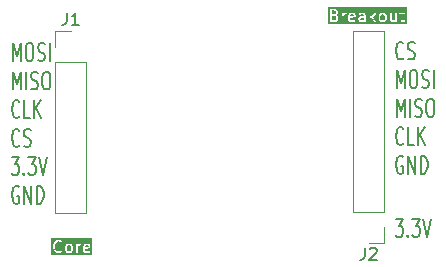
<source format=gbr>
%TF.GenerationSoftware,KiCad,Pcbnew,7.0.7*%
%TF.CreationDate,2024-04-13T21:05:36-07:00*%
%TF.ProjectId,SD-Breakout,53442d42-7265-4616-9b6f-75742e6b6963,rev?*%
%TF.SameCoordinates,Original*%
%TF.FileFunction,Legend,Top*%
%TF.FilePolarity,Positive*%
%FSLAX46Y46*%
G04 Gerber Fmt 4.6, Leading zero omitted, Abs format (unit mm)*
G04 Created by KiCad (PCBNEW 7.0.7) date 2024-04-13 21:05:36*
%MOMM*%
%LPD*%
G01*
G04 APERTURE LIST*
%ADD10C,0.150000*%
%ADD11C,0.120000*%
G04 APERTURE END LIST*
D10*
X117430779Y-59615628D02*
X117430779Y-58115628D01*
X117430779Y-58115628D02*
X117764112Y-59187057D01*
X117764112Y-59187057D02*
X118097445Y-58115628D01*
X118097445Y-58115628D02*
X118097445Y-59615628D01*
X118764112Y-58115628D02*
X118954588Y-58115628D01*
X118954588Y-58115628D02*
X119049826Y-58187057D01*
X119049826Y-58187057D02*
X119145064Y-58329914D01*
X119145064Y-58329914D02*
X119192683Y-58615628D01*
X119192683Y-58615628D02*
X119192683Y-59115628D01*
X119192683Y-59115628D02*
X119145064Y-59401342D01*
X119145064Y-59401342D02*
X119049826Y-59544200D01*
X119049826Y-59544200D02*
X118954588Y-59615628D01*
X118954588Y-59615628D02*
X118764112Y-59615628D01*
X118764112Y-59615628D02*
X118668874Y-59544200D01*
X118668874Y-59544200D02*
X118573636Y-59401342D01*
X118573636Y-59401342D02*
X118526017Y-59115628D01*
X118526017Y-59115628D02*
X118526017Y-58615628D01*
X118526017Y-58615628D02*
X118573636Y-58329914D01*
X118573636Y-58329914D02*
X118668874Y-58187057D01*
X118668874Y-58187057D02*
X118764112Y-58115628D01*
X119573636Y-59544200D02*
X119716493Y-59615628D01*
X119716493Y-59615628D02*
X119954588Y-59615628D01*
X119954588Y-59615628D02*
X120049826Y-59544200D01*
X120049826Y-59544200D02*
X120097445Y-59472771D01*
X120097445Y-59472771D02*
X120145064Y-59329914D01*
X120145064Y-59329914D02*
X120145064Y-59187057D01*
X120145064Y-59187057D02*
X120097445Y-59044200D01*
X120097445Y-59044200D02*
X120049826Y-58972771D01*
X120049826Y-58972771D02*
X119954588Y-58901342D01*
X119954588Y-58901342D02*
X119764112Y-58829914D01*
X119764112Y-58829914D02*
X119668874Y-58758485D01*
X119668874Y-58758485D02*
X119621255Y-58687057D01*
X119621255Y-58687057D02*
X119573636Y-58544200D01*
X119573636Y-58544200D02*
X119573636Y-58401342D01*
X119573636Y-58401342D02*
X119621255Y-58258485D01*
X119621255Y-58258485D02*
X119668874Y-58187057D01*
X119668874Y-58187057D02*
X119764112Y-58115628D01*
X119764112Y-58115628D02*
X120002207Y-58115628D01*
X120002207Y-58115628D02*
X120145064Y-58187057D01*
X120573636Y-59615628D02*
X120573636Y-58115628D01*
X117430779Y-62030628D02*
X117430779Y-60530628D01*
X117430779Y-60530628D02*
X117764112Y-61602057D01*
X117764112Y-61602057D02*
X118097445Y-60530628D01*
X118097445Y-60530628D02*
X118097445Y-62030628D01*
X118573636Y-62030628D02*
X118573636Y-60530628D01*
X119002207Y-61959200D02*
X119145064Y-62030628D01*
X119145064Y-62030628D02*
X119383159Y-62030628D01*
X119383159Y-62030628D02*
X119478397Y-61959200D01*
X119478397Y-61959200D02*
X119526016Y-61887771D01*
X119526016Y-61887771D02*
X119573635Y-61744914D01*
X119573635Y-61744914D02*
X119573635Y-61602057D01*
X119573635Y-61602057D02*
X119526016Y-61459200D01*
X119526016Y-61459200D02*
X119478397Y-61387771D01*
X119478397Y-61387771D02*
X119383159Y-61316342D01*
X119383159Y-61316342D02*
X119192683Y-61244914D01*
X119192683Y-61244914D02*
X119097445Y-61173485D01*
X119097445Y-61173485D02*
X119049826Y-61102057D01*
X119049826Y-61102057D02*
X119002207Y-60959200D01*
X119002207Y-60959200D02*
X119002207Y-60816342D01*
X119002207Y-60816342D02*
X119049826Y-60673485D01*
X119049826Y-60673485D02*
X119097445Y-60602057D01*
X119097445Y-60602057D02*
X119192683Y-60530628D01*
X119192683Y-60530628D02*
X119430778Y-60530628D01*
X119430778Y-60530628D02*
X119573635Y-60602057D01*
X120192683Y-60530628D02*
X120383159Y-60530628D01*
X120383159Y-60530628D02*
X120478397Y-60602057D01*
X120478397Y-60602057D02*
X120573635Y-60744914D01*
X120573635Y-60744914D02*
X120621254Y-61030628D01*
X120621254Y-61030628D02*
X120621254Y-61530628D01*
X120621254Y-61530628D02*
X120573635Y-61816342D01*
X120573635Y-61816342D02*
X120478397Y-61959200D01*
X120478397Y-61959200D02*
X120383159Y-62030628D01*
X120383159Y-62030628D02*
X120192683Y-62030628D01*
X120192683Y-62030628D02*
X120097445Y-61959200D01*
X120097445Y-61959200D02*
X120002207Y-61816342D01*
X120002207Y-61816342D02*
X119954588Y-61530628D01*
X119954588Y-61530628D02*
X119954588Y-61030628D01*
X119954588Y-61030628D02*
X120002207Y-60744914D01*
X120002207Y-60744914D02*
X120097445Y-60602057D01*
X120097445Y-60602057D02*
X120192683Y-60530628D01*
X118002207Y-64302771D02*
X117954588Y-64374200D01*
X117954588Y-64374200D02*
X117811731Y-64445628D01*
X117811731Y-64445628D02*
X117716493Y-64445628D01*
X117716493Y-64445628D02*
X117573636Y-64374200D01*
X117573636Y-64374200D02*
X117478398Y-64231342D01*
X117478398Y-64231342D02*
X117430779Y-64088485D01*
X117430779Y-64088485D02*
X117383160Y-63802771D01*
X117383160Y-63802771D02*
X117383160Y-63588485D01*
X117383160Y-63588485D02*
X117430779Y-63302771D01*
X117430779Y-63302771D02*
X117478398Y-63159914D01*
X117478398Y-63159914D02*
X117573636Y-63017057D01*
X117573636Y-63017057D02*
X117716493Y-62945628D01*
X117716493Y-62945628D02*
X117811731Y-62945628D01*
X117811731Y-62945628D02*
X117954588Y-63017057D01*
X117954588Y-63017057D02*
X118002207Y-63088485D01*
X118906969Y-64445628D02*
X118430779Y-64445628D01*
X118430779Y-64445628D02*
X118430779Y-62945628D01*
X119240303Y-64445628D02*
X119240303Y-62945628D01*
X119811731Y-64445628D02*
X119383160Y-63588485D01*
X119811731Y-62945628D02*
X119240303Y-63802771D01*
X118002207Y-66717771D02*
X117954588Y-66789200D01*
X117954588Y-66789200D02*
X117811731Y-66860628D01*
X117811731Y-66860628D02*
X117716493Y-66860628D01*
X117716493Y-66860628D02*
X117573636Y-66789200D01*
X117573636Y-66789200D02*
X117478398Y-66646342D01*
X117478398Y-66646342D02*
X117430779Y-66503485D01*
X117430779Y-66503485D02*
X117383160Y-66217771D01*
X117383160Y-66217771D02*
X117383160Y-66003485D01*
X117383160Y-66003485D02*
X117430779Y-65717771D01*
X117430779Y-65717771D02*
X117478398Y-65574914D01*
X117478398Y-65574914D02*
X117573636Y-65432057D01*
X117573636Y-65432057D02*
X117716493Y-65360628D01*
X117716493Y-65360628D02*
X117811731Y-65360628D01*
X117811731Y-65360628D02*
X117954588Y-65432057D01*
X117954588Y-65432057D02*
X118002207Y-65503485D01*
X118383160Y-66789200D02*
X118526017Y-66860628D01*
X118526017Y-66860628D02*
X118764112Y-66860628D01*
X118764112Y-66860628D02*
X118859350Y-66789200D01*
X118859350Y-66789200D02*
X118906969Y-66717771D01*
X118906969Y-66717771D02*
X118954588Y-66574914D01*
X118954588Y-66574914D02*
X118954588Y-66432057D01*
X118954588Y-66432057D02*
X118906969Y-66289200D01*
X118906969Y-66289200D02*
X118859350Y-66217771D01*
X118859350Y-66217771D02*
X118764112Y-66146342D01*
X118764112Y-66146342D02*
X118573636Y-66074914D01*
X118573636Y-66074914D02*
X118478398Y-66003485D01*
X118478398Y-66003485D02*
X118430779Y-65932057D01*
X118430779Y-65932057D02*
X118383160Y-65789200D01*
X118383160Y-65789200D02*
X118383160Y-65646342D01*
X118383160Y-65646342D02*
X118430779Y-65503485D01*
X118430779Y-65503485D02*
X118478398Y-65432057D01*
X118478398Y-65432057D02*
X118573636Y-65360628D01*
X118573636Y-65360628D02*
X118811731Y-65360628D01*
X118811731Y-65360628D02*
X118954588Y-65432057D01*
X117335541Y-67775628D02*
X117954588Y-67775628D01*
X117954588Y-67775628D02*
X117621255Y-68347057D01*
X117621255Y-68347057D02*
X117764112Y-68347057D01*
X117764112Y-68347057D02*
X117859350Y-68418485D01*
X117859350Y-68418485D02*
X117906969Y-68489914D01*
X117906969Y-68489914D02*
X117954588Y-68632771D01*
X117954588Y-68632771D02*
X117954588Y-68989914D01*
X117954588Y-68989914D02*
X117906969Y-69132771D01*
X117906969Y-69132771D02*
X117859350Y-69204200D01*
X117859350Y-69204200D02*
X117764112Y-69275628D01*
X117764112Y-69275628D02*
X117478398Y-69275628D01*
X117478398Y-69275628D02*
X117383160Y-69204200D01*
X117383160Y-69204200D02*
X117335541Y-69132771D01*
X118383160Y-69132771D02*
X118430779Y-69204200D01*
X118430779Y-69204200D02*
X118383160Y-69275628D01*
X118383160Y-69275628D02*
X118335541Y-69204200D01*
X118335541Y-69204200D02*
X118383160Y-69132771D01*
X118383160Y-69132771D02*
X118383160Y-69275628D01*
X118764112Y-67775628D02*
X119383159Y-67775628D01*
X119383159Y-67775628D02*
X119049826Y-68347057D01*
X119049826Y-68347057D02*
X119192683Y-68347057D01*
X119192683Y-68347057D02*
X119287921Y-68418485D01*
X119287921Y-68418485D02*
X119335540Y-68489914D01*
X119335540Y-68489914D02*
X119383159Y-68632771D01*
X119383159Y-68632771D02*
X119383159Y-68989914D01*
X119383159Y-68989914D02*
X119335540Y-69132771D01*
X119335540Y-69132771D02*
X119287921Y-69204200D01*
X119287921Y-69204200D02*
X119192683Y-69275628D01*
X119192683Y-69275628D02*
X118906969Y-69275628D01*
X118906969Y-69275628D02*
X118811731Y-69204200D01*
X118811731Y-69204200D02*
X118764112Y-69132771D01*
X119668874Y-67775628D02*
X120002207Y-69275628D01*
X120002207Y-69275628D02*
X120335540Y-67775628D01*
X117954588Y-70262057D02*
X117859350Y-70190628D01*
X117859350Y-70190628D02*
X117716493Y-70190628D01*
X117716493Y-70190628D02*
X117573636Y-70262057D01*
X117573636Y-70262057D02*
X117478398Y-70404914D01*
X117478398Y-70404914D02*
X117430779Y-70547771D01*
X117430779Y-70547771D02*
X117383160Y-70833485D01*
X117383160Y-70833485D02*
X117383160Y-71047771D01*
X117383160Y-71047771D02*
X117430779Y-71333485D01*
X117430779Y-71333485D02*
X117478398Y-71476342D01*
X117478398Y-71476342D02*
X117573636Y-71619200D01*
X117573636Y-71619200D02*
X117716493Y-71690628D01*
X117716493Y-71690628D02*
X117811731Y-71690628D01*
X117811731Y-71690628D02*
X117954588Y-71619200D01*
X117954588Y-71619200D02*
X118002207Y-71547771D01*
X118002207Y-71547771D02*
X118002207Y-71047771D01*
X118002207Y-71047771D02*
X117811731Y-71047771D01*
X118430779Y-71690628D02*
X118430779Y-70190628D01*
X118430779Y-70190628D02*
X119002207Y-71690628D01*
X119002207Y-71690628D02*
X119002207Y-70190628D01*
X119478398Y-71690628D02*
X119478398Y-70190628D01*
X119478398Y-70190628D02*
X119716493Y-70190628D01*
X119716493Y-70190628D02*
X119859350Y-70262057D01*
X119859350Y-70262057D02*
X119954588Y-70404914D01*
X119954588Y-70404914D02*
X120002207Y-70547771D01*
X120002207Y-70547771D02*
X120049826Y-70833485D01*
X120049826Y-70833485D02*
X120049826Y-71047771D01*
X120049826Y-71047771D02*
X120002207Y-71333485D01*
X120002207Y-71333485D02*
X119954588Y-71476342D01*
X119954588Y-71476342D02*
X119859350Y-71619200D01*
X119859350Y-71619200D02*
X119716493Y-71690628D01*
X119716493Y-71690628D02*
X119478398Y-71690628D01*
G36*
X144790455Y-55847180D02*
G01*
X144816949Y-55873674D01*
X144851207Y-55942189D01*
X144851207Y-56049636D01*
X144816948Y-56118153D01*
X144786541Y-56148561D01*
X144718026Y-56182819D01*
X144429779Y-56182819D01*
X144429779Y-55809009D01*
X144675942Y-55809009D01*
X144790455Y-55847180D01*
G37*
G36*
X144738923Y-55367077D02*
G01*
X144769330Y-55397483D01*
X144803588Y-55466000D01*
X144803588Y-55525827D01*
X144769329Y-55594344D01*
X144738923Y-55624750D01*
X144670407Y-55659009D01*
X144429779Y-55659009D01*
X144429779Y-55332819D01*
X144670407Y-55332819D01*
X144738923Y-55367077D01*
G37*
G36*
X146298877Y-55694672D02*
G01*
X146327398Y-55751713D01*
X146327398Y-55767762D01*
X146001208Y-55832999D01*
X146001208Y-55751713D01*
X146029728Y-55694672D01*
X146086770Y-55666152D01*
X146241836Y-55666152D01*
X146298877Y-55694672D01*
G37*
G36*
X147184541Y-56163847D02*
G01*
X147146598Y-56182819D01*
X146943913Y-56182819D01*
X146886871Y-56154298D01*
X146858351Y-56097256D01*
X146858351Y-56037427D01*
X146886871Y-55980386D01*
X146943913Y-55951866D01*
X147164303Y-55951866D01*
X147168516Y-55950332D01*
X147172877Y-55951374D01*
X147184541Y-55947904D01*
X147184541Y-56163847D01*
G37*
G36*
X148881781Y-55700410D02*
G01*
X148912188Y-55730816D01*
X148946446Y-55799333D01*
X148946446Y-56049636D01*
X148912187Y-56118153D01*
X148881780Y-56148561D01*
X148813265Y-56182819D01*
X148705818Y-56182819D01*
X148637302Y-56148561D01*
X148606895Y-56118153D01*
X148572637Y-56049637D01*
X148572637Y-55799332D01*
X148606895Y-55730816D01*
X148637302Y-55700409D01*
X148705818Y-55666152D01*
X148813265Y-55666152D01*
X148881781Y-55700410D01*
G37*
G36*
X150809593Y-56475676D02*
G01*
X144136922Y-56475676D01*
X144136922Y-56257819D01*
X144279779Y-56257819D01*
X144286442Y-56276127D01*
X144289827Y-56295319D01*
X144295011Y-56299669D01*
X144297326Y-56306028D01*
X144314199Y-56315770D01*
X144329127Y-56328296D01*
X144338869Y-56330013D01*
X144341755Y-56331680D01*
X144345037Y-56331101D01*
X144354779Y-56332819D01*
X144735731Y-56332819D01*
X144739944Y-56331285D01*
X144744305Y-56332327D01*
X144769272Y-56324901D01*
X144864510Y-56277282D01*
X144865634Y-56276094D01*
X144884003Y-56263232D01*
X144889416Y-56257819D01*
X145279779Y-56257819D01*
X145297326Y-56306028D01*
X145341755Y-56331680D01*
X145392279Y-56322771D01*
X145425256Y-56283471D01*
X145429779Y-56257819D01*
X145429779Y-56114961D01*
X145851208Y-56114961D01*
X145852741Y-56119173D01*
X145851699Y-56123535D01*
X145859126Y-56148502D01*
X145906745Y-56243741D01*
X145914898Y-56251460D01*
X145919365Y-56261765D01*
X145940286Y-56277282D01*
X146035524Y-56324901D01*
X146039977Y-56325413D01*
X146043413Y-56328296D01*
X146069065Y-56332819D01*
X146259541Y-56332819D01*
X146263754Y-56331285D01*
X146268115Y-56332327D01*
X146293082Y-56324901D01*
X146388320Y-56277282D01*
X146423592Y-56240028D01*
X146426667Y-56188818D01*
X146396103Y-56147612D01*
X146346204Y-56135692D01*
X146321238Y-56143118D01*
X146241836Y-56182819D01*
X146086770Y-56182819D01*
X146029728Y-56154298D01*
X146010060Y-56114961D01*
X146708351Y-56114961D01*
X146709884Y-56119173D01*
X146708842Y-56123535D01*
X146716269Y-56148502D01*
X146763888Y-56243741D01*
X146772041Y-56251460D01*
X146776508Y-56261765D01*
X146797429Y-56277282D01*
X146892667Y-56324901D01*
X146897120Y-56325413D01*
X146900556Y-56328296D01*
X146926208Y-56332819D01*
X147164303Y-56332819D01*
X147168516Y-56331285D01*
X147172877Y-56332327D01*
X147197844Y-56324901D01*
X147217636Y-56315004D01*
X147246517Y-56331680D01*
X147297041Y-56322771D01*
X147330018Y-56283471D01*
X147334541Y-56257819D01*
X147660732Y-56257819D01*
X147678279Y-56306028D01*
X147722708Y-56331680D01*
X147773232Y-56322771D01*
X147806209Y-56283471D01*
X147810732Y-56257819D01*
X147810732Y-56003170D01*
X147822855Y-55991046D01*
X148056684Y-56302819D01*
X148099647Y-56330858D01*
X148150581Y-56324722D01*
X148185655Y-56287281D01*
X148188457Y-56236055D01*
X148176684Y-56212819D01*
X148067577Y-56067342D01*
X148422637Y-56067342D01*
X148424170Y-56071555D01*
X148423129Y-56075916D01*
X148430555Y-56100883D01*
X148478174Y-56196121D01*
X148479362Y-56197246D01*
X148492222Y-56215612D01*
X148539841Y-56263232D01*
X148541322Y-56263922D01*
X148559334Y-56277282D01*
X148654572Y-56324901D01*
X148659025Y-56325413D01*
X148662461Y-56328296D01*
X148688113Y-56332819D01*
X148830970Y-56332819D01*
X148835183Y-56331285D01*
X148839544Y-56332327D01*
X148864511Y-56324901D01*
X148959749Y-56277282D01*
X148960873Y-56276094D01*
X148979242Y-56263232D01*
X149026860Y-56215613D01*
X149027550Y-56214131D01*
X149040909Y-56196121D01*
X149081489Y-56114961D01*
X149375018Y-56114961D01*
X149376551Y-56119173D01*
X149375509Y-56123535D01*
X149382936Y-56148502D01*
X149430555Y-56243741D01*
X149438708Y-56251460D01*
X149443175Y-56261765D01*
X149464096Y-56277282D01*
X149559334Y-56324901D01*
X149563787Y-56325413D01*
X149567223Y-56328296D01*
X149592875Y-56332819D01*
X149735732Y-56332819D01*
X149739945Y-56331285D01*
X149744306Y-56332327D01*
X149769273Y-56324901D01*
X149818962Y-56300056D01*
X149821136Y-56306028D01*
X149865565Y-56331680D01*
X149916089Y-56322771D01*
X149949066Y-56283471D01*
X149953589Y-56257819D01*
X149953589Y-55591152D01*
X149948849Y-55578128D01*
X150138062Y-55578128D01*
X150146971Y-55628652D01*
X150186271Y-55661629D01*
X150211923Y-55666152D01*
X150279780Y-55666152D01*
X150279780Y-56114961D01*
X150281313Y-56119173D01*
X150280271Y-56123535D01*
X150287698Y-56148502D01*
X150335317Y-56243741D01*
X150343470Y-56251460D01*
X150347937Y-56261765D01*
X150368858Y-56277282D01*
X150464096Y-56324901D01*
X150468549Y-56325413D01*
X150471985Y-56328296D01*
X150497637Y-56332819D01*
X150592875Y-56332819D01*
X150641084Y-56315272D01*
X150666736Y-56270843D01*
X150657827Y-56220319D01*
X150618527Y-56187342D01*
X150592875Y-56182819D01*
X150515342Y-56182819D01*
X150458300Y-56154298D01*
X150429780Y-56097256D01*
X150429780Y-55666152D01*
X150592875Y-55666152D01*
X150641084Y-55648605D01*
X150666736Y-55604176D01*
X150657827Y-55553652D01*
X150618527Y-55520675D01*
X150592875Y-55516152D01*
X150429780Y-55516152D01*
X150429780Y-55257819D01*
X150412233Y-55209610D01*
X150367804Y-55183958D01*
X150317280Y-55192867D01*
X150284303Y-55232167D01*
X150279780Y-55257819D01*
X150279780Y-55516152D01*
X150211923Y-55516152D01*
X150163714Y-55533699D01*
X150138062Y-55578128D01*
X149948849Y-55578128D01*
X149936042Y-55542943D01*
X149891613Y-55517291D01*
X149841089Y-55526200D01*
X149808112Y-55565500D01*
X149803589Y-55591152D01*
X149803589Y-56131514D01*
X149786542Y-56148561D01*
X149718027Y-56182819D01*
X149610580Y-56182819D01*
X149553538Y-56154298D01*
X149525018Y-56097256D01*
X149525018Y-55591152D01*
X149507471Y-55542943D01*
X149463042Y-55517291D01*
X149412518Y-55526200D01*
X149379541Y-55565500D01*
X149375018Y-55591152D01*
X149375018Y-56114961D01*
X149081489Y-56114961D01*
X149088528Y-56100883D01*
X149089040Y-56096429D01*
X149091923Y-56092994D01*
X149096446Y-56067342D01*
X149096446Y-55781628D01*
X149094912Y-55777414D01*
X149095954Y-55773053D01*
X149088528Y-55748087D01*
X149040909Y-55652849D01*
X149039719Y-55651723D01*
X149026860Y-55633357D01*
X148979241Y-55585738D01*
X148977759Y-55585047D01*
X148959749Y-55571689D01*
X148864511Y-55524070D01*
X148860057Y-55523557D01*
X148856622Y-55520675D01*
X148830970Y-55516152D01*
X148688113Y-55516152D01*
X148683899Y-55517685D01*
X148679538Y-55516644D01*
X148654572Y-55524070D01*
X148559334Y-55571689D01*
X148558208Y-55572878D01*
X148539842Y-55585738D01*
X148492223Y-55633357D01*
X148491532Y-55634838D01*
X148478174Y-55652849D01*
X148430555Y-55748087D01*
X148430042Y-55752540D01*
X148427160Y-55755976D01*
X148422637Y-55781628D01*
X148422637Y-56067342D01*
X148067577Y-56067342D01*
X147929998Y-55883903D01*
X148169717Y-55644185D01*
X148191398Y-55597689D01*
X148178121Y-55548134D01*
X148136095Y-55518708D01*
X148084988Y-55523179D01*
X148063651Y-55538119D01*
X147810732Y-55791037D01*
X147810732Y-55257819D01*
X147793185Y-55209610D01*
X147748756Y-55183958D01*
X147698232Y-55192867D01*
X147665255Y-55232167D01*
X147660732Y-55257819D01*
X147660732Y-56257819D01*
X147334541Y-56257819D01*
X147334541Y-55734009D01*
X147333007Y-55729795D01*
X147334049Y-55725434D01*
X147326623Y-55700468D01*
X147279004Y-55605230D01*
X147270850Y-55597510D01*
X147266384Y-55587206D01*
X147245463Y-55571689D01*
X147150225Y-55524070D01*
X147145771Y-55523557D01*
X147142336Y-55520675D01*
X147116684Y-55516152D01*
X146926208Y-55516152D01*
X146921994Y-55517685D01*
X146917633Y-55516644D01*
X146892667Y-55524070D01*
X146797429Y-55571689D01*
X146762157Y-55608943D01*
X146759082Y-55660154D01*
X146789646Y-55701359D01*
X146839544Y-55713279D01*
X146864511Y-55705853D01*
X146943913Y-55666152D01*
X147098979Y-55666152D01*
X147156020Y-55694672D01*
X147184541Y-55751713D01*
X147184541Y-55782894D01*
X147146598Y-55801866D01*
X146926208Y-55801866D01*
X146921994Y-55803399D01*
X146917633Y-55802358D01*
X146892667Y-55809784D01*
X146797429Y-55857403D01*
X146789709Y-55865556D01*
X146779405Y-55870023D01*
X146763888Y-55890944D01*
X146716269Y-55986182D01*
X146715756Y-55990635D01*
X146712874Y-55994071D01*
X146708351Y-56019723D01*
X146708351Y-56114961D01*
X146010060Y-56114961D01*
X146001208Y-56097256D01*
X146001208Y-55985970D01*
X146417106Y-55902791D01*
X146427693Y-55896351D01*
X146439898Y-55894199D01*
X146448932Y-55883432D01*
X146460938Y-55876130D01*
X146464908Y-55864392D01*
X146472875Y-55854899D01*
X146477398Y-55829247D01*
X146477398Y-55734009D01*
X146475864Y-55729795D01*
X146476906Y-55725434D01*
X146469480Y-55700468D01*
X146421861Y-55605230D01*
X146413707Y-55597510D01*
X146409241Y-55587206D01*
X146388320Y-55571689D01*
X146293082Y-55524070D01*
X146288628Y-55523557D01*
X146285193Y-55520675D01*
X146259541Y-55516152D01*
X146069065Y-55516152D01*
X146064851Y-55517685D01*
X146060490Y-55516644D01*
X146035524Y-55524070D01*
X145940286Y-55571689D01*
X145932566Y-55579842D01*
X145922262Y-55584309D01*
X145906745Y-55605230D01*
X145859126Y-55700468D01*
X145858613Y-55704921D01*
X145855731Y-55708357D01*
X145851208Y-55734009D01*
X145851208Y-56114961D01*
X145429779Y-56114961D01*
X145429779Y-55799332D01*
X145464037Y-55730816D01*
X145494444Y-55700409D01*
X145562960Y-55666152D01*
X145640493Y-55666152D01*
X145688702Y-55648605D01*
X145714354Y-55604176D01*
X145705445Y-55553652D01*
X145666145Y-55520675D01*
X145640493Y-55516152D01*
X145545255Y-55516152D01*
X145541041Y-55517685D01*
X145536680Y-55516644D01*
X145511714Y-55524070D01*
X145421737Y-55569058D01*
X145412232Y-55542943D01*
X145367803Y-55517291D01*
X145317279Y-55526200D01*
X145284302Y-55565500D01*
X145279779Y-55591152D01*
X145279779Y-56257819D01*
X144889416Y-56257819D01*
X144931621Y-56215613D01*
X144932311Y-56214131D01*
X144945670Y-56196121D01*
X144993289Y-56100883D01*
X144993801Y-56096429D01*
X144996684Y-56092994D01*
X145001207Y-56067342D01*
X145001207Y-55924485D01*
X144999673Y-55920271D01*
X145000715Y-55915910D01*
X144993289Y-55890944D01*
X144945670Y-55795706D01*
X144944480Y-55794580D01*
X144931621Y-55776214D01*
X144884002Y-55728595D01*
X144879938Y-55726700D01*
X144877591Y-55722879D01*
X144861590Y-55714215D01*
X144884002Y-55691804D01*
X144884693Y-55690322D01*
X144898051Y-55672312D01*
X144945670Y-55577074D01*
X144946182Y-55572620D01*
X144949065Y-55569185D01*
X144953588Y-55543533D01*
X144953588Y-55448295D01*
X144952054Y-55444081D01*
X144953096Y-55439720D01*
X144945670Y-55414754D01*
X144898051Y-55319516D01*
X144896861Y-55318390D01*
X144884002Y-55300024D01*
X144836383Y-55252405D01*
X144834901Y-55251714D01*
X144816891Y-55238356D01*
X144721653Y-55190737D01*
X144717199Y-55190224D01*
X144713764Y-55187342D01*
X144688112Y-55182819D01*
X144354779Y-55182819D01*
X144336470Y-55189482D01*
X144317279Y-55192867D01*
X144312928Y-55198051D01*
X144306570Y-55200366D01*
X144296827Y-55217239D01*
X144284302Y-55232167D01*
X144282584Y-55241909D01*
X144280918Y-55244795D01*
X144281496Y-55248077D01*
X144279779Y-55257819D01*
X144279779Y-56257819D01*
X144136922Y-56257819D01*
X144136922Y-55039962D01*
X150809593Y-55039962D01*
X150809593Y-56475676D01*
G37*
X150514207Y-59347771D02*
X150466588Y-59419200D01*
X150466588Y-59419200D02*
X150323731Y-59490628D01*
X150323731Y-59490628D02*
X150228493Y-59490628D01*
X150228493Y-59490628D02*
X150085636Y-59419200D01*
X150085636Y-59419200D02*
X149990398Y-59276342D01*
X149990398Y-59276342D02*
X149942779Y-59133485D01*
X149942779Y-59133485D02*
X149895160Y-58847771D01*
X149895160Y-58847771D02*
X149895160Y-58633485D01*
X149895160Y-58633485D02*
X149942779Y-58347771D01*
X149942779Y-58347771D02*
X149990398Y-58204914D01*
X149990398Y-58204914D02*
X150085636Y-58062057D01*
X150085636Y-58062057D02*
X150228493Y-57990628D01*
X150228493Y-57990628D02*
X150323731Y-57990628D01*
X150323731Y-57990628D02*
X150466588Y-58062057D01*
X150466588Y-58062057D02*
X150514207Y-58133485D01*
X150895160Y-59419200D02*
X151038017Y-59490628D01*
X151038017Y-59490628D02*
X151276112Y-59490628D01*
X151276112Y-59490628D02*
X151371350Y-59419200D01*
X151371350Y-59419200D02*
X151418969Y-59347771D01*
X151418969Y-59347771D02*
X151466588Y-59204914D01*
X151466588Y-59204914D02*
X151466588Y-59062057D01*
X151466588Y-59062057D02*
X151418969Y-58919200D01*
X151418969Y-58919200D02*
X151371350Y-58847771D01*
X151371350Y-58847771D02*
X151276112Y-58776342D01*
X151276112Y-58776342D02*
X151085636Y-58704914D01*
X151085636Y-58704914D02*
X150990398Y-58633485D01*
X150990398Y-58633485D02*
X150942779Y-58562057D01*
X150942779Y-58562057D02*
X150895160Y-58419200D01*
X150895160Y-58419200D02*
X150895160Y-58276342D01*
X150895160Y-58276342D02*
X150942779Y-58133485D01*
X150942779Y-58133485D02*
X150990398Y-58062057D01*
X150990398Y-58062057D02*
X151085636Y-57990628D01*
X151085636Y-57990628D02*
X151323731Y-57990628D01*
X151323731Y-57990628D02*
X151466588Y-58062057D01*
X149942779Y-61905628D02*
X149942779Y-60405628D01*
X149942779Y-60405628D02*
X150276112Y-61477057D01*
X150276112Y-61477057D02*
X150609445Y-60405628D01*
X150609445Y-60405628D02*
X150609445Y-61905628D01*
X151276112Y-60405628D02*
X151466588Y-60405628D01*
X151466588Y-60405628D02*
X151561826Y-60477057D01*
X151561826Y-60477057D02*
X151657064Y-60619914D01*
X151657064Y-60619914D02*
X151704683Y-60905628D01*
X151704683Y-60905628D02*
X151704683Y-61405628D01*
X151704683Y-61405628D02*
X151657064Y-61691342D01*
X151657064Y-61691342D02*
X151561826Y-61834200D01*
X151561826Y-61834200D02*
X151466588Y-61905628D01*
X151466588Y-61905628D02*
X151276112Y-61905628D01*
X151276112Y-61905628D02*
X151180874Y-61834200D01*
X151180874Y-61834200D02*
X151085636Y-61691342D01*
X151085636Y-61691342D02*
X151038017Y-61405628D01*
X151038017Y-61405628D02*
X151038017Y-60905628D01*
X151038017Y-60905628D02*
X151085636Y-60619914D01*
X151085636Y-60619914D02*
X151180874Y-60477057D01*
X151180874Y-60477057D02*
X151276112Y-60405628D01*
X152085636Y-61834200D02*
X152228493Y-61905628D01*
X152228493Y-61905628D02*
X152466588Y-61905628D01*
X152466588Y-61905628D02*
X152561826Y-61834200D01*
X152561826Y-61834200D02*
X152609445Y-61762771D01*
X152609445Y-61762771D02*
X152657064Y-61619914D01*
X152657064Y-61619914D02*
X152657064Y-61477057D01*
X152657064Y-61477057D02*
X152609445Y-61334200D01*
X152609445Y-61334200D02*
X152561826Y-61262771D01*
X152561826Y-61262771D02*
X152466588Y-61191342D01*
X152466588Y-61191342D02*
X152276112Y-61119914D01*
X152276112Y-61119914D02*
X152180874Y-61048485D01*
X152180874Y-61048485D02*
X152133255Y-60977057D01*
X152133255Y-60977057D02*
X152085636Y-60834200D01*
X152085636Y-60834200D02*
X152085636Y-60691342D01*
X152085636Y-60691342D02*
X152133255Y-60548485D01*
X152133255Y-60548485D02*
X152180874Y-60477057D01*
X152180874Y-60477057D02*
X152276112Y-60405628D01*
X152276112Y-60405628D02*
X152514207Y-60405628D01*
X152514207Y-60405628D02*
X152657064Y-60477057D01*
X153085636Y-61905628D02*
X153085636Y-60405628D01*
X149942779Y-64320628D02*
X149942779Y-62820628D01*
X149942779Y-62820628D02*
X150276112Y-63892057D01*
X150276112Y-63892057D02*
X150609445Y-62820628D01*
X150609445Y-62820628D02*
X150609445Y-64320628D01*
X151085636Y-64320628D02*
X151085636Y-62820628D01*
X151514207Y-64249200D02*
X151657064Y-64320628D01*
X151657064Y-64320628D02*
X151895159Y-64320628D01*
X151895159Y-64320628D02*
X151990397Y-64249200D01*
X151990397Y-64249200D02*
X152038016Y-64177771D01*
X152038016Y-64177771D02*
X152085635Y-64034914D01*
X152085635Y-64034914D02*
X152085635Y-63892057D01*
X152085635Y-63892057D02*
X152038016Y-63749200D01*
X152038016Y-63749200D02*
X151990397Y-63677771D01*
X151990397Y-63677771D02*
X151895159Y-63606342D01*
X151895159Y-63606342D02*
X151704683Y-63534914D01*
X151704683Y-63534914D02*
X151609445Y-63463485D01*
X151609445Y-63463485D02*
X151561826Y-63392057D01*
X151561826Y-63392057D02*
X151514207Y-63249200D01*
X151514207Y-63249200D02*
X151514207Y-63106342D01*
X151514207Y-63106342D02*
X151561826Y-62963485D01*
X151561826Y-62963485D02*
X151609445Y-62892057D01*
X151609445Y-62892057D02*
X151704683Y-62820628D01*
X151704683Y-62820628D02*
X151942778Y-62820628D01*
X151942778Y-62820628D02*
X152085635Y-62892057D01*
X152704683Y-62820628D02*
X152895159Y-62820628D01*
X152895159Y-62820628D02*
X152990397Y-62892057D01*
X152990397Y-62892057D02*
X153085635Y-63034914D01*
X153085635Y-63034914D02*
X153133254Y-63320628D01*
X153133254Y-63320628D02*
X153133254Y-63820628D01*
X153133254Y-63820628D02*
X153085635Y-64106342D01*
X153085635Y-64106342D02*
X152990397Y-64249200D01*
X152990397Y-64249200D02*
X152895159Y-64320628D01*
X152895159Y-64320628D02*
X152704683Y-64320628D01*
X152704683Y-64320628D02*
X152609445Y-64249200D01*
X152609445Y-64249200D02*
X152514207Y-64106342D01*
X152514207Y-64106342D02*
X152466588Y-63820628D01*
X152466588Y-63820628D02*
X152466588Y-63320628D01*
X152466588Y-63320628D02*
X152514207Y-63034914D01*
X152514207Y-63034914D02*
X152609445Y-62892057D01*
X152609445Y-62892057D02*
X152704683Y-62820628D01*
X150514207Y-66592771D02*
X150466588Y-66664200D01*
X150466588Y-66664200D02*
X150323731Y-66735628D01*
X150323731Y-66735628D02*
X150228493Y-66735628D01*
X150228493Y-66735628D02*
X150085636Y-66664200D01*
X150085636Y-66664200D02*
X149990398Y-66521342D01*
X149990398Y-66521342D02*
X149942779Y-66378485D01*
X149942779Y-66378485D02*
X149895160Y-66092771D01*
X149895160Y-66092771D02*
X149895160Y-65878485D01*
X149895160Y-65878485D02*
X149942779Y-65592771D01*
X149942779Y-65592771D02*
X149990398Y-65449914D01*
X149990398Y-65449914D02*
X150085636Y-65307057D01*
X150085636Y-65307057D02*
X150228493Y-65235628D01*
X150228493Y-65235628D02*
X150323731Y-65235628D01*
X150323731Y-65235628D02*
X150466588Y-65307057D01*
X150466588Y-65307057D02*
X150514207Y-65378485D01*
X151418969Y-66735628D02*
X150942779Y-66735628D01*
X150942779Y-66735628D02*
X150942779Y-65235628D01*
X151752303Y-66735628D02*
X151752303Y-65235628D01*
X152323731Y-66735628D02*
X151895160Y-65878485D01*
X152323731Y-65235628D02*
X151752303Y-66092771D01*
X150466588Y-67722057D02*
X150371350Y-67650628D01*
X150371350Y-67650628D02*
X150228493Y-67650628D01*
X150228493Y-67650628D02*
X150085636Y-67722057D01*
X150085636Y-67722057D02*
X149990398Y-67864914D01*
X149990398Y-67864914D02*
X149942779Y-68007771D01*
X149942779Y-68007771D02*
X149895160Y-68293485D01*
X149895160Y-68293485D02*
X149895160Y-68507771D01*
X149895160Y-68507771D02*
X149942779Y-68793485D01*
X149942779Y-68793485D02*
X149990398Y-68936342D01*
X149990398Y-68936342D02*
X150085636Y-69079200D01*
X150085636Y-69079200D02*
X150228493Y-69150628D01*
X150228493Y-69150628D02*
X150323731Y-69150628D01*
X150323731Y-69150628D02*
X150466588Y-69079200D01*
X150466588Y-69079200D02*
X150514207Y-69007771D01*
X150514207Y-69007771D02*
X150514207Y-68507771D01*
X150514207Y-68507771D02*
X150323731Y-68507771D01*
X150942779Y-69150628D02*
X150942779Y-67650628D01*
X150942779Y-67650628D02*
X151514207Y-69150628D01*
X151514207Y-69150628D02*
X151514207Y-67650628D01*
X151990398Y-69150628D02*
X151990398Y-67650628D01*
X151990398Y-67650628D02*
X152228493Y-67650628D01*
X152228493Y-67650628D02*
X152371350Y-67722057D01*
X152371350Y-67722057D02*
X152466588Y-67864914D01*
X152466588Y-67864914D02*
X152514207Y-68007771D01*
X152514207Y-68007771D02*
X152561826Y-68293485D01*
X152561826Y-68293485D02*
X152561826Y-68507771D01*
X152561826Y-68507771D02*
X152514207Y-68793485D01*
X152514207Y-68793485D02*
X152466588Y-68936342D01*
X152466588Y-68936342D02*
X152371350Y-69079200D01*
X152371350Y-69079200D02*
X152228493Y-69150628D01*
X152228493Y-69150628D02*
X151990398Y-69150628D01*
G36*
X122323304Y-75258410D02*
G01*
X122353710Y-75288816D01*
X122387969Y-75357332D01*
X122387969Y-75607637D01*
X122353710Y-75676153D01*
X122323303Y-75706561D01*
X122254788Y-75740819D01*
X122147341Y-75740819D01*
X122078825Y-75706561D01*
X122048418Y-75676153D01*
X122014160Y-75607637D01*
X122014160Y-75357333D01*
X122048418Y-75288817D01*
X122078825Y-75258409D01*
X122147341Y-75224152D01*
X122254788Y-75224152D01*
X122323304Y-75258410D01*
G37*
G36*
X123835639Y-75252672D02*
G01*
X123864160Y-75309714D01*
X123864160Y-75325762D01*
X123537970Y-75390999D01*
X123537970Y-75309713D01*
X123566490Y-75252672D01*
X123623532Y-75224152D01*
X123778598Y-75224152D01*
X123835639Y-75252672D01*
G37*
G36*
X124157017Y-76033676D02*
G01*
X120721303Y-76033676D01*
X120721303Y-75387247D01*
X120864160Y-75387247D01*
X120865345Y-75390504D01*
X120866399Y-75405437D01*
X120914018Y-75595913D01*
X120916006Y-75598857D01*
X120919697Y-75611264D01*
X120967316Y-75706502D01*
X120968502Y-75707625D01*
X120981365Y-75725994D01*
X121076603Y-75821233D01*
X121080667Y-75823128D01*
X121083014Y-75826948D01*
X121105919Y-75839351D01*
X121248775Y-75886970D01*
X121250410Y-75886925D01*
X121272493Y-75890819D01*
X121367731Y-75890819D01*
X121369269Y-75890258D01*
X121391448Y-75886970D01*
X121534305Y-75839351D01*
X121537816Y-75836563D01*
X121542285Y-75836173D01*
X121563622Y-75821232D01*
X121611240Y-75773613D01*
X121632921Y-75727116D01*
X121619643Y-75677561D01*
X121577618Y-75648135D01*
X121526510Y-75652607D01*
X121505173Y-75667548D01*
X121470074Y-75702647D01*
X121355561Y-75740819D01*
X121284663Y-75740819D01*
X121170150Y-75702648D01*
X121096037Y-75628534D01*
X121094441Y-75625342D01*
X121864160Y-75625342D01*
X121865693Y-75629555D01*
X121864652Y-75633916D01*
X121872078Y-75658883D01*
X121919697Y-75754121D01*
X121920885Y-75755246D01*
X121933745Y-75773612D01*
X121981364Y-75821232D01*
X121982845Y-75821922D01*
X122000857Y-75835282D01*
X122096095Y-75882901D01*
X122100548Y-75883413D01*
X122103984Y-75886296D01*
X122129636Y-75890819D01*
X122272493Y-75890819D01*
X122276706Y-75889285D01*
X122281067Y-75890327D01*
X122306034Y-75882901D01*
X122401272Y-75835282D01*
X122402396Y-75834094D01*
X122420765Y-75821232D01*
X122426178Y-75815819D01*
X122816541Y-75815819D01*
X122834088Y-75864028D01*
X122878517Y-75889680D01*
X122929041Y-75880771D01*
X122962018Y-75841471D01*
X122966541Y-75815819D01*
X122966541Y-75672961D01*
X123387970Y-75672961D01*
X123389503Y-75677173D01*
X123388461Y-75681535D01*
X123395888Y-75706502D01*
X123443507Y-75801741D01*
X123451660Y-75809460D01*
X123456127Y-75819765D01*
X123477048Y-75835282D01*
X123572286Y-75882901D01*
X123576739Y-75883413D01*
X123580175Y-75886296D01*
X123605827Y-75890819D01*
X123796303Y-75890819D01*
X123800516Y-75889285D01*
X123804877Y-75890327D01*
X123829844Y-75882901D01*
X123925082Y-75835282D01*
X123960354Y-75798028D01*
X123963429Y-75746818D01*
X123932865Y-75705612D01*
X123882966Y-75693692D01*
X123858000Y-75701118D01*
X123778598Y-75740819D01*
X123623532Y-75740819D01*
X123566490Y-75712298D01*
X123537970Y-75655256D01*
X123537969Y-75543970D01*
X123953868Y-75460791D01*
X123964455Y-75454351D01*
X123976660Y-75452199D01*
X123985694Y-75441432D01*
X123997700Y-75434130D01*
X124001670Y-75422392D01*
X124009637Y-75412899D01*
X124014160Y-75387247D01*
X124014160Y-75292009D01*
X124012626Y-75287795D01*
X124013668Y-75283434D01*
X124006242Y-75258468D01*
X123958623Y-75163230D01*
X123950469Y-75155510D01*
X123946003Y-75145206D01*
X123925082Y-75129689D01*
X123829844Y-75082070D01*
X123825390Y-75081557D01*
X123821955Y-75078675D01*
X123796303Y-75074152D01*
X123605827Y-75074152D01*
X123601613Y-75075685D01*
X123597252Y-75074644D01*
X123572286Y-75082070D01*
X123477048Y-75129689D01*
X123469328Y-75137842D01*
X123459024Y-75142309D01*
X123443507Y-75163230D01*
X123395888Y-75258468D01*
X123395375Y-75262921D01*
X123392493Y-75266357D01*
X123387970Y-75292009D01*
X123387970Y-75672961D01*
X122966541Y-75672961D01*
X122966541Y-75357333D01*
X123000798Y-75288817D01*
X123031205Y-75258410D01*
X123099722Y-75224152D01*
X123177255Y-75224152D01*
X123225464Y-75206605D01*
X123251116Y-75162176D01*
X123242207Y-75111652D01*
X123202907Y-75078675D01*
X123177255Y-75074152D01*
X123082017Y-75074152D01*
X123077803Y-75075685D01*
X123073442Y-75074644D01*
X123048476Y-75082070D01*
X122958499Y-75127058D01*
X122948994Y-75100943D01*
X122904565Y-75075291D01*
X122854041Y-75084200D01*
X122821064Y-75123500D01*
X122816541Y-75149152D01*
X122816541Y-75815819D01*
X122426178Y-75815819D01*
X122468383Y-75773613D01*
X122469073Y-75772131D01*
X122482432Y-75754121D01*
X122530051Y-75658883D01*
X122530563Y-75654429D01*
X122533446Y-75650994D01*
X122537969Y-75625342D01*
X122537969Y-75339628D01*
X122536435Y-75335414D01*
X122537477Y-75331053D01*
X122530051Y-75306087D01*
X122482432Y-75210849D01*
X122481242Y-75209723D01*
X122468383Y-75191357D01*
X122420764Y-75143738D01*
X122419282Y-75143047D01*
X122401272Y-75129689D01*
X122306034Y-75082070D01*
X122301580Y-75081557D01*
X122298145Y-75078675D01*
X122272493Y-75074152D01*
X122129636Y-75074152D01*
X122125422Y-75075685D01*
X122121061Y-75074644D01*
X122096095Y-75082070D01*
X122000857Y-75129689D01*
X121999731Y-75130878D01*
X121981365Y-75143738D01*
X121933746Y-75191357D01*
X121933055Y-75192838D01*
X121919697Y-75210849D01*
X121872078Y-75306087D01*
X121871565Y-75310540D01*
X121868683Y-75313976D01*
X121864160Y-75339628D01*
X121864160Y-75625342D01*
X121094441Y-75625342D01*
X121057543Y-75551546D01*
X121014160Y-75378012D01*
X121014160Y-75253624D01*
X121057543Y-75080090D01*
X121096037Y-75003103D01*
X121170149Y-74928990D01*
X121284663Y-74890819D01*
X121355561Y-74890819D01*
X121470074Y-74928990D01*
X121505174Y-74964090D01*
X121551670Y-74985771D01*
X121601225Y-74972494D01*
X121630651Y-74930468D01*
X121626180Y-74879361D01*
X121611240Y-74858024D01*
X121563621Y-74810405D01*
X121559557Y-74808510D01*
X121557210Y-74804689D01*
X121534305Y-74792287D01*
X121391448Y-74744668D01*
X121389813Y-74744712D01*
X121367731Y-74740819D01*
X121272493Y-74740819D01*
X121270955Y-74741378D01*
X121248775Y-74744668D01*
X121105919Y-74792287D01*
X121102408Y-74795073D01*
X121097940Y-74795464D01*
X121076603Y-74810405D01*
X120981365Y-74905643D01*
X120980674Y-74907124D01*
X120967316Y-74925135D01*
X120919697Y-75020373D01*
X120919290Y-75023901D01*
X120914018Y-75035724D01*
X120866399Y-75226200D01*
X120866759Y-75229648D01*
X120864160Y-75244390D01*
X120864160Y-75387247D01*
X120721303Y-75387247D01*
X120721303Y-74597962D01*
X124157017Y-74597962D01*
X124157017Y-76033676D01*
G37*
X149847541Y-72984628D02*
X150466588Y-72984628D01*
X150466588Y-72984628D02*
X150133255Y-73556057D01*
X150133255Y-73556057D02*
X150276112Y-73556057D01*
X150276112Y-73556057D02*
X150371350Y-73627485D01*
X150371350Y-73627485D02*
X150418969Y-73698914D01*
X150418969Y-73698914D02*
X150466588Y-73841771D01*
X150466588Y-73841771D02*
X150466588Y-74198914D01*
X150466588Y-74198914D02*
X150418969Y-74341771D01*
X150418969Y-74341771D02*
X150371350Y-74413200D01*
X150371350Y-74413200D02*
X150276112Y-74484628D01*
X150276112Y-74484628D02*
X149990398Y-74484628D01*
X149990398Y-74484628D02*
X149895160Y-74413200D01*
X149895160Y-74413200D02*
X149847541Y-74341771D01*
X150895160Y-74341771D02*
X150942779Y-74413200D01*
X150942779Y-74413200D02*
X150895160Y-74484628D01*
X150895160Y-74484628D02*
X150847541Y-74413200D01*
X150847541Y-74413200D02*
X150895160Y-74341771D01*
X150895160Y-74341771D02*
X150895160Y-74484628D01*
X151276112Y-72984628D02*
X151895159Y-72984628D01*
X151895159Y-72984628D02*
X151561826Y-73556057D01*
X151561826Y-73556057D02*
X151704683Y-73556057D01*
X151704683Y-73556057D02*
X151799921Y-73627485D01*
X151799921Y-73627485D02*
X151847540Y-73698914D01*
X151847540Y-73698914D02*
X151895159Y-73841771D01*
X151895159Y-73841771D02*
X151895159Y-74198914D01*
X151895159Y-74198914D02*
X151847540Y-74341771D01*
X151847540Y-74341771D02*
X151799921Y-74413200D01*
X151799921Y-74413200D02*
X151704683Y-74484628D01*
X151704683Y-74484628D02*
X151418969Y-74484628D01*
X151418969Y-74484628D02*
X151323731Y-74413200D01*
X151323731Y-74413200D02*
X151276112Y-74341771D01*
X152180874Y-72984628D02*
X152514207Y-74484628D01*
X152514207Y-74484628D02*
X152847540Y-72984628D01*
X147240666Y-75444819D02*
X147240666Y-76159104D01*
X147240666Y-76159104D02*
X147193047Y-76301961D01*
X147193047Y-76301961D02*
X147097809Y-76397200D01*
X147097809Y-76397200D02*
X146954952Y-76444819D01*
X146954952Y-76444819D02*
X146859714Y-76444819D01*
X147669238Y-75540057D02*
X147716857Y-75492438D01*
X147716857Y-75492438D02*
X147812095Y-75444819D01*
X147812095Y-75444819D02*
X148050190Y-75444819D01*
X148050190Y-75444819D02*
X148145428Y-75492438D01*
X148145428Y-75492438D02*
X148193047Y-75540057D01*
X148193047Y-75540057D02*
X148240666Y-75635295D01*
X148240666Y-75635295D02*
X148240666Y-75730533D01*
X148240666Y-75730533D02*
X148193047Y-75873390D01*
X148193047Y-75873390D02*
X147621619Y-76444819D01*
X147621619Y-76444819D02*
X148240666Y-76444819D01*
X122016666Y-55544819D02*
X122016666Y-56259104D01*
X122016666Y-56259104D02*
X121969047Y-56401961D01*
X121969047Y-56401961D02*
X121873809Y-56497200D01*
X121873809Y-56497200D02*
X121730952Y-56544819D01*
X121730952Y-56544819D02*
X121635714Y-56544819D01*
X123016666Y-56544819D02*
X122445238Y-56544819D01*
X122730952Y-56544819D02*
X122730952Y-55544819D01*
X122730952Y-55544819D02*
X122635714Y-55687676D01*
X122635714Y-55687676D02*
X122540476Y-55782914D01*
X122540476Y-55782914D02*
X122445238Y-55830533D01*
D11*
%TO.C,J2*%
X148904000Y-74990000D02*
X147574000Y-74990000D01*
X148904000Y-73660000D02*
X148904000Y-74990000D01*
X148904000Y-72390000D02*
X148904000Y-57090000D01*
X148904000Y-72390000D02*
X146244000Y-72390000D01*
X148904000Y-57090000D02*
X146244000Y-57090000D01*
X146244000Y-72390000D02*
X146244000Y-57090000D01*
%TO.C,J1*%
X121020000Y-57090000D02*
X122350000Y-57090000D01*
X121020000Y-58420000D02*
X121020000Y-57090000D01*
X121020000Y-59690000D02*
X121020000Y-72450000D01*
X121020000Y-59690000D02*
X123680000Y-59690000D01*
X121020000Y-72450000D02*
X123680000Y-72450000D01*
X123680000Y-59690000D02*
X123680000Y-72450000D01*
%TD*%
M02*

</source>
